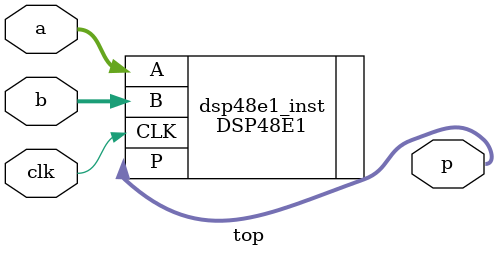
<source format=v>
module top (
    input wire clk,
    input wire [17:0] a,
    input wire [17:0] b,
    output wire [35:0] p
);

    // Instantiate the DSP48E1 primitive with input/output internal registers
    DSP48E1 #(
        .A_INPUT("DIRECT"),
        .B_INPUT("DIRECT"),
        .USE_DPORT("FALSE"),
        .USE_MULT("MULTIPLY"),
        .USE_SIMD("ONE48"),
        .AREG(1),
        .BREG(1),
        .CREG(1),
        .DREG(1),
        .MREG(1),
        .PREG(1)
    ) dsp48e1_inst (
        .CLK(clk),
        .A(a),
        .B(b),
        .P(p)
    );

endmodule

</source>
